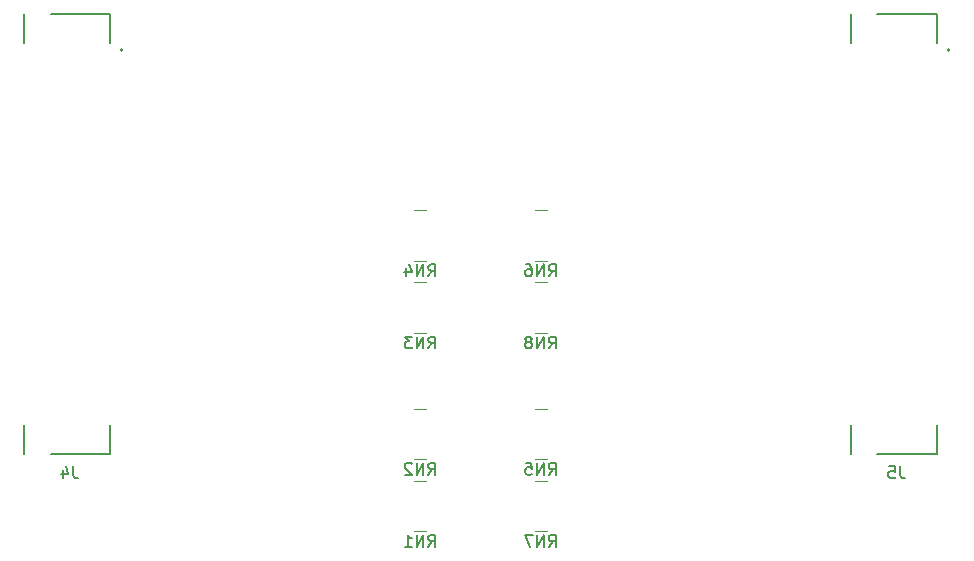
<source format=gbr>
%TF.GenerationSoftware,KiCad,Pcbnew,9.0.3*%
%TF.CreationDate,2025-10-24T12:13:40-04:00*%
%TF.ProjectId,ephys-test-module-molc-64-chan,65706879-732d-4746-9573-742d6d6f6475,B*%
%TF.SameCoordinates,Original*%
%TF.FileFunction,Legend,Bot*%
%TF.FilePolarity,Positive*%
%FSLAX46Y46*%
G04 Gerber Fmt 4.6, Leading zero omitted, Abs format (unit mm)*
G04 Created by KiCad (PCBNEW 9.0.3) date 2025-10-24 12:13:40*
%MOMM*%
%LPD*%
G01*
G04 APERTURE LIST*
%ADD10C,0.150000*%
%ADD11C,0.200000*%
%ADD12C,0.120000*%
G04 APERTURE END LIST*
D10*
X123533333Y-119654819D02*
X123533333Y-120369104D01*
X123533333Y-120369104D02*
X123580952Y-120511961D01*
X123580952Y-120511961D02*
X123676190Y-120607200D01*
X123676190Y-120607200D02*
X123819047Y-120654819D01*
X123819047Y-120654819D02*
X123914285Y-120654819D01*
X122628571Y-119988152D02*
X122628571Y-120654819D01*
X122866666Y-119607200D02*
X123104761Y-120321485D01*
X123104761Y-120321485D02*
X122485714Y-120321485D01*
X153590476Y-120354819D02*
X153923809Y-119878628D01*
X154161904Y-120354819D02*
X154161904Y-119354819D01*
X154161904Y-119354819D02*
X153780952Y-119354819D01*
X153780952Y-119354819D02*
X153685714Y-119402438D01*
X153685714Y-119402438D02*
X153638095Y-119450057D01*
X153638095Y-119450057D02*
X153590476Y-119545295D01*
X153590476Y-119545295D02*
X153590476Y-119688152D01*
X153590476Y-119688152D02*
X153638095Y-119783390D01*
X153638095Y-119783390D02*
X153685714Y-119831009D01*
X153685714Y-119831009D02*
X153780952Y-119878628D01*
X153780952Y-119878628D02*
X154161904Y-119878628D01*
X153161904Y-120354819D02*
X153161904Y-119354819D01*
X153161904Y-119354819D02*
X152590476Y-120354819D01*
X152590476Y-120354819D02*
X152590476Y-119354819D01*
X152161904Y-119450057D02*
X152114285Y-119402438D01*
X152114285Y-119402438D02*
X152019047Y-119354819D01*
X152019047Y-119354819D02*
X151780952Y-119354819D01*
X151780952Y-119354819D02*
X151685714Y-119402438D01*
X151685714Y-119402438D02*
X151638095Y-119450057D01*
X151638095Y-119450057D02*
X151590476Y-119545295D01*
X151590476Y-119545295D02*
X151590476Y-119640533D01*
X151590476Y-119640533D02*
X151638095Y-119783390D01*
X151638095Y-119783390D02*
X152209523Y-120354819D01*
X152209523Y-120354819D02*
X151590476Y-120354819D01*
X163790476Y-120354819D02*
X164123809Y-119878628D01*
X164361904Y-120354819D02*
X164361904Y-119354819D01*
X164361904Y-119354819D02*
X163980952Y-119354819D01*
X163980952Y-119354819D02*
X163885714Y-119402438D01*
X163885714Y-119402438D02*
X163838095Y-119450057D01*
X163838095Y-119450057D02*
X163790476Y-119545295D01*
X163790476Y-119545295D02*
X163790476Y-119688152D01*
X163790476Y-119688152D02*
X163838095Y-119783390D01*
X163838095Y-119783390D02*
X163885714Y-119831009D01*
X163885714Y-119831009D02*
X163980952Y-119878628D01*
X163980952Y-119878628D02*
X164361904Y-119878628D01*
X163361904Y-120354819D02*
X163361904Y-119354819D01*
X163361904Y-119354819D02*
X162790476Y-120354819D01*
X162790476Y-120354819D02*
X162790476Y-119354819D01*
X161838095Y-119354819D02*
X162314285Y-119354819D01*
X162314285Y-119354819D02*
X162361904Y-119831009D01*
X162361904Y-119831009D02*
X162314285Y-119783390D01*
X162314285Y-119783390D02*
X162219047Y-119735771D01*
X162219047Y-119735771D02*
X161980952Y-119735771D01*
X161980952Y-119735771D02*
X161885714Y-119783390D01*
X161885714Y-119783390D02*
X161838095Y-119831009D01*
X161838095Y-119831009D02*
X161790476Y-119926247D01*
X161790476Y-119926247D02*
X161790476Y-120164342D01*
X161790476Y-120164342D02*
X161838095Y-120259580D01*
X161838095Y-120259580D02*
X161885714Y-120307200D01*
X161885714Y-120307200D02*
X161980952Y-120354819D01*
X161980952Y-120354819D02*
X162219047Y-120354819D01*
X162219047Y-120354819D02*
X162314285Y-120307200D01*
X162314285Y-120307200D02*
X162361904Y-120259580D01*
X163790476Y-126454819D02*
X164123809Y-125978628D01*
X164361904Y-126454819D02*
X164361904Y-125454819D01*
X164361904Y-125454819D02*
X163980952Y-125454819D01*
X163980952Y-125454819D02*
X163885714Y-125502438D01*
X163885714Y-125502438D02*
X163838095Y-125550057D01*
X163838095Y-125550057D02*
X163790476Y-125645295D01*
X163790476Y-125645295D02*
X163790476Y-125788152D01*
X163790476Y-125788152D02*
X163838095Y-125883390D01*
X163838095Y-125883390D02*
X163885714Y-125931009D01*
X163885714Y-125931009D02*
X163980952Y-125978628D01*
X163980952Y-125978628D02*
X164361904Y-125978628D01*
X163361904Y-126454819D02*
X163361904Y-125454819D01*
X163361904Y-125454819D02*
X162790476Y-126454819D01*
X162790476Y-126454819D02*
X162790476Y-125454819D01*
X162409523Y-125454819D02*
X161742857Y-125454819D01*
X161742857Y-125454819D02*
X162171428Y-126454819D01*
X153590476Y-126454819D02*
X153923809Y-125978628D01*
X154161904Y-126454819D02*
X154161904Y-125454819D01*
X154161904Y-125454819D02*
X153780952Y-125454819D01*
X153780952Y-125454819D02*
X153685714Y-125502438D01*
X153685714Y-125502438D02*
X153638095Y-125550057D01*
X153638095Y-125550057D02*
X153590476Y-125645295D01*
X153590476Y-125645295D02*
X153590476Y-125788152D01*
X153590476Y-125788152D02*
X153638095Y-125883390D01*
X153638095Y-125883390D02*
X153685714Y-125931009D01*
X153685714Y-125931009D02*
X153780952Y-125978628D01*
X153780952Y-125978628D02*
X154161904Y-125978628D01*
X153161904Y-126454819D02*
X153161904Y-125454819D01*
X153161904Y-125454819D02*
X152590476Y-126454819D01*
X152590476Y-126454819D02*
X152590476Y-125454819D01*
X151590476Y-126454819D02*
X152161904Y-126454819D01*
X151876190Y-126454819D02*
X151876190Y-125454819D01*
X151876190Y-125454819D02*
X151971428Y-125597676D01*
X151971428Y-125597676D02*
X152066666Y-125692914D01*
X152066666Y-125692914D02*
X152161904Y-125740533D01*
X153590476Y-109654819D02*
X153923809Y-109178628D01*
X154161904Y-109654819D02*
X154161904Y-108654819D01*
X154161904Y-108654819D02*
X153780952Y-108654819D01*
X153780952Y-108654819D02*
X153685714Y-108702438D01*
X153685714Y-108702438D02*
X153638095Y-108750057D01*
X153638095Y-108750057D02*
X153590476Y-108845295D01*
X153590476Y-108845295D02*
X153590476Y-108988152D01*
X153590476Y-108988152D02*
X153638095Y-109083390D01*
X153638095Y-109083390D02*
X153685714Y-109131009D01*
X153685714Y-109131009D02*
X153780952Y-109178628D01*
X153780952Y-109178628D02*
X154161904Y-109178628D01*
X153161904Y-109654819D02*
X153161904Y-108654819D01*
X153161904Y-108654819D02*
X152590476Y-109654819D01*
X152590476Y-109654819D02*
X152590476Y-108654819D01*
X152209523Y-108654819D02*
X151590476Y-108654819D01*
X151590476Y-108654819D02*
X151923809Y-109035771D01*
X151923809Y-109035771D02*
X151780952Y-109035771D01*
X151780952Y-109035771D02*
X151685714Y-109083390D01*
X151685714Y-109083390D02*
X151638095Y-109131009D01*
X151638095Y-109131009D02*
X151590476Y-109226247D01*
X151590476Y-109226247D02*
X151590476Y-109464342D01*
X151590476Y-109464342D02*
X151638095Y-109559580D01*
X151638095Y-109559580D02*
X151685714Y-109607200D01*
X151685714Y-109607200D02*
X151780952Y-109654819D01*
X151780952Y-109654819D02*
X152066666Y-109654819D01*
X152066666Y-109654819D02*
X152161904Y-109607200D01*
X152161904Y-109607200D02*
X152209523Y-109559580D01*
X153590476Y-103554819D02*
X153923809Y-103078628D01*
X154161904Y-103554819D02*
X154161904Y-102554819D01*
X154161904Y-102554819D02*
X153780952Y-102554819D01*
X153780952Y-102554819D02*
X153685714Y-102602438D01*
X153685714Y-102602438D02*
X153638095Y-102650057D01*
X153638095Y-102650057D02*
X153590476Y-102745295D01*
X153590476Y-102745295D02*
X153590476Y-102888152D01*
X153590476Y-102888152D02*
X153638095Y-102983390D01*
X153638095Y-102983390D02*
X153685714Y-103031009D01*
X153685714Y-103031009D02*
X153780952Y-103078628D01*
X153780952Y-103078628D02*
X154161904Y-103078628D01*
X153161904Y-103554819D02*
X153161904Y-102554819D01*
X153161904Y-102554819D02*
X152590476Y-103554819D01*
X152590476Y-103554819D02*
X152590476Y-102554819D01*
X151685714Y-102888152D02*
X151685714Y-103554819D01*
X151923809Y-102507200D02*
X152161904Y-103221485D01*
X152161904Y-103221485D02*
X151542857Y-103221485D01*
X163790476Y-103554819D02*
X164123809Y-103078628D01*
X164361904Y-103554819D02*
X164361904Y-102554819D01*
X164361904Y-102554819D02*
X163980952Y-102554819D01*
X163980952Y-102554819D02*
X163885714Y-102602438D01*
X163885714Y-102602438D02*
X163838095Y-102650057D01*
X163838095Y-102650057D02*
X163790476Y-102745295D01*
X163790476Y-102745295D02*
X163790476Y-102888152D01*
X163790476Y-102888152D02*
X163838095Y-102983390D01*
X163838095Y-102983390D02*
X163885714Y-103031009D01*
X163885714Y-103031009D02*
X163980952Y-103078628D01*
X163980952Y-103078628D02*
X164361904Y-103078628D01*
X163361904Y-103554819D02*
X163361904Y-102554819D01*
X163361904Y-102554819D02*
X162790476Y-103554819D01*
X162790476Y-103554819D02*
X162790476Y-102554819D01*
X161885714Y-102554819D02*
X162076190Y-102554819D01*
X162076190Y-102554819D02*
X162171428Y-102602438D01*
X162171428Y-102602438D02*
X162219047Y-102650057D01*
X162219047Y-102650057D02*
X162314285Y-102792914D01*
X162314285Y-102792914D02*
X162361904Y-102983390D01*
X162361904Y-102983390D02*
X162361904Y-103364342D01*
X162361904Y-103364342D02*
X162314285Y-103459580D01*
X162314285Y-103459580D02*
X162266666Y-103507200D01*
X162266666Y-103507200D02*
X162171428Y-103554819D01*
X162171428Y-103554819D02*
X161980952Y-103554819D01*
X161980952Y-103554819D02*
X161885714Y-103507200D01*
X161885714Y-103507200D02*
X161838095Y-103459580D01*
X161838095Y-103459580D02*
X161790476Y-103364342D01*
X161790476Y-103364342D02*
X161790476Y-103126247D01*
X161790476Y-103126247D02*
X161838095Y-103031009D01*
X161838095Y-103031009D02*
X161885714Y-102983390D01*
X161885714Y-102983390D02*
X161980952Y-102935771D01*
X161980952Y-102935771D02*
X162171428Y-102935771D01*
X162171428Y-102935771D02*
X162266666Y-102983390D01*
X162266666Y-102983390D02*
X162314285Y-103031009D01*
X162314285Y-103031009D02*
X162361904Y-103126247D01*
X193533333Y-119654819D02*
X193533333Y-120369104D01*
X193533333Y-120369104D02*
X193580952Y-120511961D01*
X193580952Y-120511961D02*
X193676190Y-120607200D01*
X193676190Y-120607200D02*
X193819047Y-120654819D01*
X193819047Y-120654819D02*
X193914285Y-120654819D01*
X192580952Y-119654819D02*
X193057142Y-119654819D01*
X193057142Y-119654819D02*
X193104761Y-120131009D01*
X193104761Y-120131009D02*
X193057142Y-120083390D01*
X193057142Y-120083390D02*
X192961904Y-120035771D01*
X192961904Y-120035771D02*
X192723809Y-120035771D01*
X192723809Y-120035771D02*
X192628571Y-120083390D01*
X192628571Y-120083390D02*
X192580952Y-120131009D01*
X192580952Y-120131009D02*
X192533333Y-120226247D01*
X192533333Y-120226247D02*
X192533333Y-120464342D01*
X192533333Y-120464342D02*
X192580952Y-120559580D01*
X192580952Y-120559580D02*
X192628571Y-120607200D01*
X192628571Y-120607200D02*
X192723809Y-120654819D01*
X192723809Y-120654819D02*
X192961904Y-120654819D01*
X192961904Y-120654819D02*
X193057142Y-120607200D01*
X193057142Y-120607200D02*
X193104761Y-120559580D01*
X163790476Y-109654819D02*
X164123809Y-109178628D01*
X164361904Y-109654819D02*
X164361904Y-108654819D01*
X164361904Y-108654819D02*
X163980952Y-108654819D01*
X163980952Y-108654819D02*
X163885714Y-108702438D01*
X163885714Y-108702438D02*
X163838095Y-108750057D01*
X163838095Y-108750057D02*
X163790476Y-108845295D01*
X163790476Y-108845295D02*
X163790476Y-108988152D01*
X163790476Y-108988152D02*
X163838095Y-109083390D01*
X163838095Y-109083390D02*
X163885714Y-109131009D01*
X163885714Y-109131009D02*
X163980952Y-109178628D01*
X163980952Y-109178628D02*
X164361904Y-109178628D01*
X163361904Y-109654819D02*
X163361904Y-108654819D01*
X163361904Y-108654819D02*
X162790476Y-109654819D01*
X162790476Y-109654819D02*
X162790476Y-108654819D01*
X162171428Y-109083390D02*
X162266666Y-109035771D01*
X162266666Y-109035771D02*
X162314285Y-108988152D01*
X162314285Y-108988152D02*
X162361904Y-108892914D01*
X162361904Y-108892914D02*
X162361904Y-108845295D01*
X162361904Y-108845295D02*
X162314285Y-108750057D01*
X162314285Y-108750057D02*
X162266666Y-108702438D01*
X162266666Y-108702438D02*
X162171428Y-108654819D01*
X162171428Y-108654819D02*
X161980952Y-108654819D01*
X161980952Y-108654819D02*
X161885714Y-108702438D01*
X161885714Y-108702438D02*
X161838095Y-108750057D01*
X161838095Y-108750057D02*
X161790476Y-108845295D01*
X161790476Y-108845295D02*
X161790476Y-108892914D01*
X161790476Y-108892914D02*
X161838095Y-108988152D01*
X161838095Y-108988152D02*
X161885714Y-109035771D01*
X161885714Y-109035771D02*
X161980952Y-109083390D01*
X161980952Y-109083390D02*
X162171428Y-109083390D01*
X162171428Y-109083390D02*
X162266666Y-109131009D01*
X162266666Y-109131009D02*
X162314285Y-109178628D01*
X162314285Y-109178628D02*
X162361904Y-109273866D01*
X162361904Y-109273866D02*
X162361904Y-109464342D01*
X162361904Y-109464342D02*
X162314285Y-109559580D01*
X162314285Y-109559580D02*
X162266666Y-109607200D01*
X162266666Y-109607200D02*
X162171428Y-109654819D01*
X162171428Y-109654819D02*
X161980952Y-109654819D01*
X161980952Y-109654819D02*
X161885714Y-109607200D01*
X161885714Y-109607200D02*
X161838095Y-109559580D01*
X161838095Y-109559580D02*
X161790476Y-109464342D01*
X161790476Y-109464342D02*
X161790476Y-109273866D01*
X161790476Y-109273866D02*
X161838095Y-109178628D01*
X161838095Y-109178628D02*
X161885714Y-109131009D01*
X161885714Y-109131009D02*
X161980952Y-109083390D01*
D11*
%TO.C,J4*%
X119380500Y-81365000D02*
X119380500Y-83845000D01*
X119380500Y-118635000D02*
X119380500Y-116155000D01*
X121600000Y-81365000D02*
X126619500Y-81365000D01*
X121600000Y-118635000D02*
X126619500Y-118635000D01*
X126619500Y-81365000D02*
X126619500Y-83845000D01*
X126619500Y-118635000D02*
X126619500Y-116155000D01*
X127700000Y-84400000D02*
G75*
G02*
X127500000Y-84400000I-100000J0D01*
G01*
X127500000Y-84400000D02*
G75*
G02*
X127700000Y-84400000I100000J0D01*
G01*
D12*
%TO.C,RN2*%
X153400000Y-114780000D02*
X152400000Y-114780000D01*
X153400000Y-119020000D02*
X152400000Y-119020000D01*
%TO.C,RN5*%
X163600000Y-119020000D02*
X162600000Y-119020000D01*
X163600000Y-114780000D02*
X162600000Y-114780000D01*
%TO.C,RN7*%
X163600000Y-125120000D02*
X162600000Y-125120000D01*
X163600000Y-120880000D02*
X162600000Y-120880000D01*
%TO.C,RN1*%
X153400000Y-120880000D02*
X152400000Y-120880000D01*
X153400000Y-125120000D02*
X152400000Y-125120000D01*
%TO.C,RN3*%
X153400000Y-104080000D02*
X152400000Y-104080000D01*
X153400000Y-108320000D02*
X152400000Y-108320000D01*
%TO.C,RN4*%
X153400000Y-97980000D02*
X152400000Y-97980000D01*
X153400000Y-102220000D02*
X152400000Y-102220000D01*
%TO.C,RN6*%
X163600000Y-102220000D02*
X162600000Y-102220000D01*
X163600000Y-97980000D02*
X162600000Y-97980000D01*
D11*
%TO.C,J5*%
X189380500Y-81365000D02*
X189380500Y-83845000D01*
X189380500Y-118635000D02*
X189380500Y-116155000D01*
X191600000Y-81365000D02*
X196619500Y-81365000D01*
X191600000Y-118635000D02*
X196619500Y-118635000D01*
X196619500Y-81365000D02*
X196619500Y-83845000D01*
X196619500Y-118635000D02*
X196619500Y-116155000D01*
X197700000Y-84400000D02*
G75*
G02*
X197500000Y-84400000I-100000J0D01*
G01*
X197500000Y-84400000D02*
G75*
G02*
X197700000Y-84400000I100000J0D01*
G01*
D12*
%TO.C,RN8*%
X163600000Y-108320000D02*
X162600000Y-108320000D01*
X163600000Y-104080000D02*
X162600000Y-104080000D01*
%TD*%
M02*

</source>
